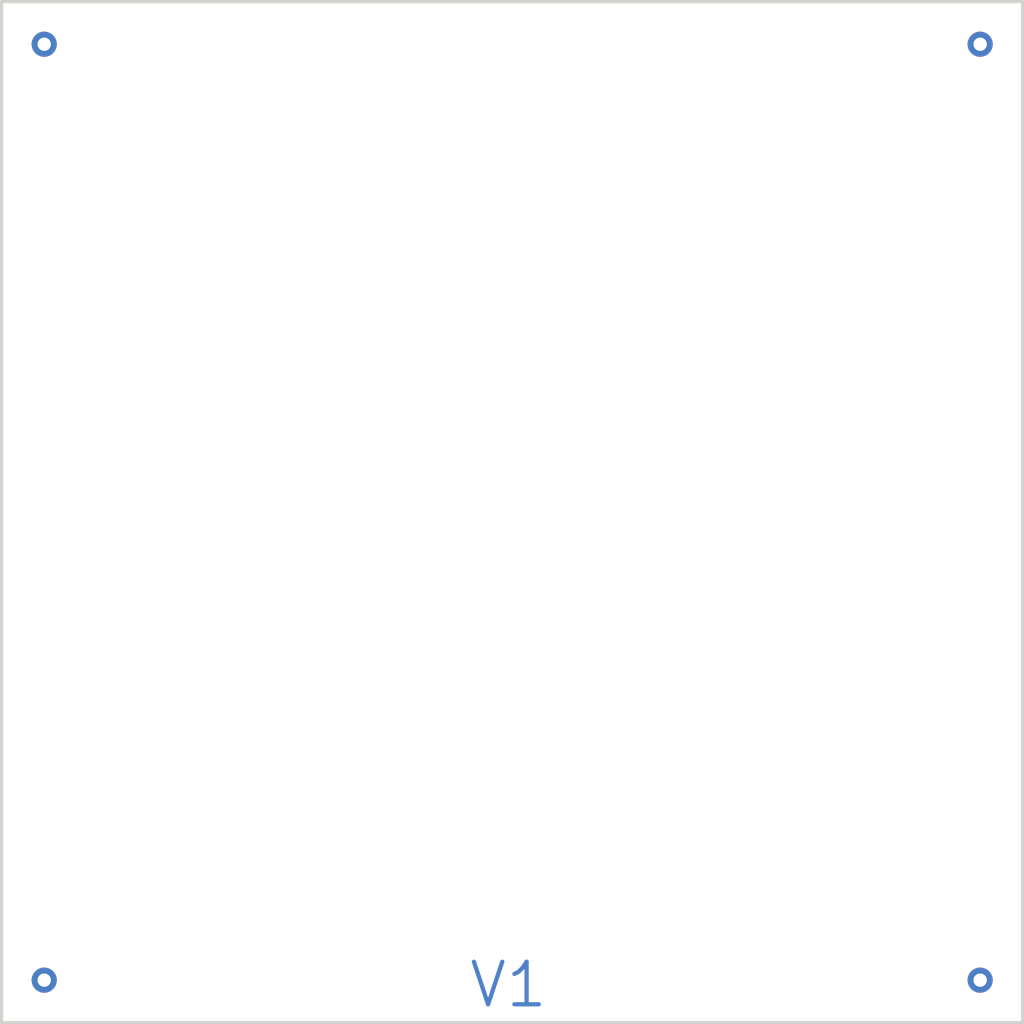
<source format=kicad_pcb>
(kicad_pcb (version 20171130) (host pcbnew "(5.0.1)-4")

  (general
    (thickness 1.6)
    (drawings 5)
    (tracks 0)
    (zones 0)
    (modules 6)
    (nets 1)
  )

  (page A4)
  (layers
    (0 F.Cu signal)
    (31 B.Cu signal)
    (32 B.Adhes user hide)
    (33 F.Adhes user hide)
    (34 B.Paste user hide)
    (35 F.Paste user hide)
    (36 B.SilkS user hide)
    (37 F.SilkS user hide)
    (38 B.Mask user)
    (39 F.Mask user)
    (40 Dwgs.User user hide)
    (41 Cmts.User user hide)
    (42 Eco1.User user hide)
    (43 Eco2.User user hide)
    (44 Edge.Cuts user)
    (45 Margin user hide)
    (46 B.CrtYd user hide)
    (47 F.CrtYd user hide)
    (48 B.Fab user hide)
    (49 F.Fab user hide)
  )

  (setup
    (last_trace_width 0.254)
    (user_trace_width 0.254)
    (user_trace_width 0.254)
    (trace_clearance 0.1778)
    (zone_clearance 0.254)
    (zone_45_only no)
    (trace_min 0.2032)
    (segment_width 0.2)
    (edge_width 0.2)
    (via_size 0.635)
    (via_drill 0.381)
    (via_min_size 0.381)
    (via_min_drill 0.254)
    (user_via 0.508 0.254)
    (user_via 1.016 0.508)
    (user_via 5.588 3.175)
    (uvia_size 1.27)
    (uvia_drill 0.381)
    (uvias_allowed no)
    (uvia_min_size 0.254)
    (uvia_min_drill 0.1)
    (pcb_text_width 0.3)
    (pcb_text_size 1.5 1.5)
    (mod_edge_width 0.15)
    (mod_text_size 1 1)
    (mod_text_width 0.15)
    (pad_size 2 2)
    (pad_drill 1)
    (pad_to_mask_clearance 0.2032)
    (solder_mask_min_width 0.254)
    (aux_axis_origin 0 0)
    (visible_elements 7FFFFFFF)
    (pcbplotparams
      (layerselection 0x010e0_ffffffff)
      (usegerberextensions false)
      (usegerberattributes false)
      (usegerberadvancedattributes false)
      (creategerberjobfile false)
      (excludeedgelayer true)
      (linewidth 0.100000)
      (plotframeref false)
      (viasonmask false)
      (mode 1)
      (useauxorigin false)
      (hpglpennumber 1)
      (hpglpenspeed 20)
      (hpglpendiameter 15.000000)
      (psnegative false)
      (psa4output false)
      (plotreference true)
      (plotvalue true)
      (plotinvisibletext false)
      (padsonsilk false)
      (subtractmaskfromsilk false)
      (outputformat 1)
      (mirror false)
      (drillshape 0)
      (scaleselection 1)
      (outputdirectory "PCB2-Order/"))
  )

  (net 0 "")

  (net_class Default "This is the default net class."
    (clearance 0.1778)
    (trace_width 0.254)
    (via_dia 0.635)
    (via_drill 0.381)
    (uvia_dia 1.27)
    (uvia_drill 0.381)
    (diff_pair_gap 2.54)
    (diff_pair_width 2.54)
  )

  (net_class SMT ""
    (clearance 0.1778)
    (trace_width 0.254)
    (via_dia 0.635)
    (via_drill 0.381)
    (uvia_dia 0.508)
    (uvia_drill 0.381)
    (diff_pair_gap 2.54)
    (diff_pair_width 2.54)
  )

  (module Measurement_Points:Measurement_Point_Round-TH_Small (layer F.Cu) (tedit 5C7052E8) (tstamp 5C705284)
    (at 122.555 111.76)
    (descr "Mesurement Point, Square, Trough Hole,  DM 1.5mm, Drill 0.8mm,")
    (tags "Mesurement Point Round Trough Hole 1.5mm Drill 0.8mm")
    (attr virtual)
    (fp_text reference REF** (at 0 -2) (layer F.SilkS) hide
      (effects (font (size 1 1) (thickness 0.15)))
    )
    (fp_text value Measurement_Point_Round-TH_Small (at 0 2) (layer F.Fab)
      (effects (font (size 1 1) (thickness 0.15)))
    )
    (fp_circle (center 0 0) (end 1 0) (layer F.CrtYd) (width 0.05))
    (pad 1 thru_hole circle (at 0 0) (size 1.5 1.5) (drill 0.8) (layers *.Cu *.Mask))
  )

  (module Measurement_Points:Measurement_Point_Round-TH_Small (layer F.Cu) (tedit 5C7052E5) (tstamp 5C70527F)
    (at 178.435 111.76)
    (descr "Mesurement Point, Square, Trough Hole,  DM 1.5mm, Drill 0.8mm,")
    (tags "Mesurement Point Round Trough Hole 1.5mm Drill 0.8mm")
    (attr virtual)
    (fp_text reference REF** (at 0 -2) (layer F.SilkS) hide
      (effects (font (size 1 1) (thickness 0.15)))
    )
    (fp_text value Measurement_Point_Round-TH_Small (at 0 2) (layer F.Fab)
      (effects (font (size 1 1) (thickness 0.15)))
    )
    (fp_circle (center 0 0) (end 1 0) (layer F.CrtYd) (width 0.05))
    (pad 1 thru_hole circle (at 0 0) (size 1.5 1.5) (drill 0.8) (layers *.Cu *.Mask))
  )

  (module Measurement_Points:Measurement_Point_Round-TH_Small (layer F.Cu) (tedit 5C7052F0) (tstamp 5C705264)
    (at 122.555 55.88)
    (descr "Mesurement Point, Square, Trough Hole,  DM 1.5mm, Drill 0.8mm,")
    (tags "Mesurement Point Round Trough Hole 1.5mm Drill 0.8mm")
    (attr virtual)
    (fp_text reference REF** (at 0 -2) (layer F.SilkS) hide
      (effects (font (size 1 1) (thickness 0.15)))
    )
    (fp_text value Measurement_Point_Round-TH_Small (at 0 2) (layer F.Fab)
      (effects (font (size 1 1) (thickness 0.15)))
    )
    (fp_circle (center 0 0) (end 1 0) (layer F.CrtYd) (width 0.05))
    (pad 1 thru_hole circle (at 0 0) (size 1.5 1.5) (drill 0.8) (layers *.Cu *.Mask))
  )

  (module km-noob-badge-kit:km-logo-soldermask (layer F.Cu) (tedit 5C702291) (tstamp 5C6F796B)
    (at 150.495 83.82)
    (fp_text reference G*** (at 0 0) (layer F.SilkS) hide
      (effects (font (size 1.524 1.524) (thickness 0.3)))
    )
    (fp_text value LOGO (at 0.75 0) (layer F.SilkS) hide
      (effects (font (size 1.524 1.524) (thickness 0.3)))
    )
    (fp_poly (pts (xy -6.08759 -25.905587) (xy -4.110666 -25.905372) (xy -1.9762 -25.905146) (xy 0 -25.90506)
      (xy 2.275696 -25.905172) (xy 4.388384 -25.905405) (xy 6.344391 -25.905607) (xy 8.150043 -25.905622)
      (xy 9.811666 -25.905299) (xy 11.335585 -25.904482) (xy 12.728128 -25.903018) (xy 13.995619 -25.900753)
      (xy 15.144385 -25.897534) (xy 16.180752 -25.893207) (xy 17.111045 -25.887619) (xy 17.941592 -25.880615)
      (xy 18.678717 -25.872041) (xy 19.328746 -25.861745) (xy 19.898007 -25.849573) (xy 20.392824 -25.83537)
      (xy 20.819524 -25.818984) (xy 21.184432 -25.800259) (xy 21.493875 -25.779044) (xy 21.754179 -25.755183)
      (xy 21.971669 -25.728524) (xy 22.152672 -25.698912) (xy 22.303514 -25.666194) (xy 22.43052 -25.630216)
      (xy 22.540017 -25.590825) (xy 22.63833 -25.547866) (xy 22.731786 -25.501187) (xy 22.82671 -25.450633)
      (xy 22.929429 -25.39605) (xy 23.029334 -25.345521) (xy 23.422265 -25.127828) (xy 23.788781 -24.862978)
      (xy 24.180289 -24.512049) (xy 24.344759 -24.34959) (xy 24.864654 -23.772007) (xy 25.254087 -23.20452)
      (xy 25.541452 -22.598583) (xy 25.740746 -21.962871) (xy 25.758357 -21.891479) (xy 25.774687 -21.815924)
      (xy 25.789784 -21.729852) (xy 25.803697 -21.62691) (xy 25.816473 -21.500743) (xy 25.828161 -21.344997)
      (xy 25.838809 -21.15332) (xy 25.848467 -20.919356) (xy 25.857181 -20.636752) (xy 25.865002 -20.299154)
      (xy 25.871976 -19.900209) (xy 25.878153 -19.433562) (xy 25.883581 -18.89286) (xy 25.888308 -18.271748)
      (xy 25.892382 -17.563874) (xy 25.895853 -16.762882) (xy 25.898767 -15.86242) (xy 25.901175 -14.856133)
      (xy 25.903124 -13.737667) (xy 25.904662 -12.500669) (xy 25.905838 -11.138785) (xy 25.9067 -9.645661)
      (xy 25.907297 -8.014942) (xy 25.907678 -6.240276) (xy 25.907889 -4.315309) (xy 25.907981 -2.233685)
      (xy 25.908 0) (xy 25.907983 2.24351) (xy 25.9079 4.324044) (xy 25.907702 6.247957)
      (xy 25.907339 8.021607) (xy 25.906763 9.651349) (xy 25.905924 11.143541) (xy 25.904773 12.504539)
      (xy 25.903262 13.740699) (xy 25.901341 14.858379) (xy 25.898961 15.863934) (xy 25.896073 16.763721)
      (xy 25.892628 17.564097) (xy 25.888578 18.271418) (xy 25.883872 18.892041) (xy 25.878461 19.432322)
      (xy 25.872298 19.898618) (xy 25.865332 20.297286) (xy 25.857515 20.634682) (xy 25.848797 20.917162)
      (xy 25.83913 21.151083) (xy 25.828464 21.342802) (xy 25.816751 21.498676) (xy 25.80394 21.625059)
      (xy 25.789984 21.728311) (xy 25.774833 21.814786) (xy 25.758438 21.890841) (xy 25.74075 21.962834)
      (xy 25.738384 21.972107) (xy 25.430761 22.867758) (xy 24.991747 23.659135) (xy 24.419371 24.34835)
      (xy 23.711661 24.937511) (xy 22.866648 25.428731) (xy 22.271406 25.685608) (xy 21.801667 25.865667)
      (xy 0.211667 25.878045) (xy -1.692925 25.87887) (xy -3.555173 25.879154) (xy -5.36783 25.878914)
      (xy -7.123648 25.878169) (xy -8.815381 25.876938) (xy -10.435779 25.875239) (xy -11.977597 25.873091)
      (xy -13.433585 25.870512) (xy -14.796496 25.867521) (xy -16.059084 25.864136) (xy -17.214099 25.860376)
      (xy -18.254296 25.856259) (xy -19.172425 25.851805) (xy -19.961239 25.84703) (xy -20.613491 25.841955)
      (xy -21.121933 25.836598) (xy -21.479318 25.830976) (xy -21.678398 25.825109) (xy -21.717 25.821958)
      (xy -22.575544 25.564151) (xy -23.376123 25.157853) (xy -24.100888 24.619084) (xy -24.731988 23.963864)
      (xy -25.251573 23.208216) (xy -25.641793 22.36816) (xy -25.677408 22.267334) (xy -25.865666 21.717)
      (xy -25.887805 0.274412) (xy -25.890283 -2.015532) (xy -25.892719 -4.14243) (xy -25.894965 -6.112567)
      (xy -25.895563 -6.682279) (xy -22.606 -6.682279) (xy -22.605754 -4.896738) (xy -22.604979 -3.273787)
      (xy -22.60362 -1.806684) (xy -22.601621 -0.488687) (xy -22.598926 0.686948) (xy -22.59548 1.726961)
      (xy -22.591227 2.638097) (xy -22.586112 3.427096) (xy -22.580079 4.100702) (xy -22.573073 4.665657)
      (xy -22.565037 5.128703) (xy -22.555916 5.496583) (xy -22.545656 5.776039) (xy -22.534199 5.973813)
      (xy -22.521491 6.096649) (xy -22.507476 6.151287) (xy -22.500166 6.155229) (xy -22.410531 6.106438)
      (xy -22.186655 5.979935) (xy -21.840873 5.7828) (xy -21.385517 5.522117) (xy -20.83292 5.204965)
      (xy -20.195415 4.838429) (xy -19.485336 4.429588) (xy -18.715016 3.985526) (xy -17.896787 3.513323)
      (xy -17.483666 3.274719) (xy -12.573 0.437764) (xy -12.516393 -0.462279) (xy -12.344022 -1.887677)
      (xy -12.013149 -3.264683) (xy -11.53027 -4.582976) (xy -10.90188 -5.832235) (xy -10.134474 -7.002141)
      (xy -9.23455 -8.082374) (xy -8.208601 -9.062613) (xy -7.063124 -9.932539) (xy -6.230276 -10.449529)
      (xy -5.344216 -10.892164) (xy -4.349737 -11.280942) (xy -3.304171 -11.596649) (xy -2.26485 -11.820071)
      (xy -2.032 -11.856488) (xy -1.501243 -11.909662) (xy -0.861209 -11.937421) (xy -0.167869 -11.940447)
      (xy 0.522809 -11.919421) (xy 1.154856 -11.875025) (xy 1.651 -11.811654) (xy 2.259272 -11.683858)
      (xy 2.94314 -11.501904) (xy 3.642039 -11.284647) (xy 4.295405 -11.050941) (xy 4.842673 -10.81964)
      (xy 4.852656 -10.814914) (xy 5.429645 -10.541) (xy 3.116989 -9.210917) (xy 2.436668 -8.815621)
      (xy 1.865872 -8.475575) (xy 1.412634 -8.195851) (xy 1.084984 -7.981521) (xy 0.890955 -7.837654)
      (xy 0.837452 -7.771583) (xy 0.950771 -7.350411) (xy 0.993045 -7.058581) (xy 0.966642 -6.872841)
      (xy 0.934389 -6.819348) (xy 0.761671 -6.701716) (xy 0.559136 -6.738571) (xy 0.317396 -6.93278)
      (xy 0.223412 -7.036559) (xy -0.074371 -7.384452) (xy -1.751686 -6.431152) (xy -2.235854 -6.155149)
      (xy -2.670989 -5.905524) (xy -3.035328 -5.694891) (xy -3.307109 -5.535862) (xy -3.464572 -5.441049)
      (xy -3.494036 -5.421323) (xy -3.459467 -5.344691) (xy -3.348159 -5.135115) (xy -3.167954 -4.806347)
      (xy -2.926696 -4.372138) (xy -2.63223 -3.846239) (xy -2.292399 -3.242401) (xy -1.915046 -2.574376)
      (xy -1.508015 -1.855915) (xy -1.07915 -1.100769) (xy -0.636294 -0.322689) (xy -0.187292 0.464572)
      (xy 0.260014 1.247265) (xy 0.69778 2.011637) (xy 1.118161 2.743937) (xy 1.513315 3.430415)
      (xy 1.875398 4.057319) (xy 2.196566 4.610897) (xy 2.468975 5.077398) (xy 2.684782 5.443071)
      (xy 2.836142 5.694166) (xy 2.915214 5.816929) (xy 2.918948 5.821747) (xy 2.992361 5.786837)
      (xy 3.187 5.680537) (xy 3.478052 5.517172) (xy 3.840706 5.311066) (xy 4.25015 5.076545)
      (xy 4.681573 4.827932) (xy 5.110163 4.579555) (xy 5.511109 4.345736) (xy 5.859599 4.140801)
      (xy 6.130821 3.979075) (xy 6.299964 3.874883) (xy 6.343815 3.844408) (xy 6.339464 3.750062)
      (xy 6.28653 3.550466) (xy 6.23593 3.399758) (xy 6.14441 3.057568) (xy 6.163158 2.827528)
      (xy 6.295584 2.690426) (xy 6.367002 2.661604) (xy 6.507413 2.664728) (xy 6.685681 2.770306)
      (xy 6.903933 2.966866) (xy 7.270173 3.326304) (xy 9.371253 2.11389) (xy 9.922127 1.795569)
      (xy 10.433435 1.499272) (xy 10.884362 1.237126) (xy 11.254095 1.021258) (xy 11.52182 0.863796)
      (xy 11.666722 0.776868) (xy 11.676569 0.770668) (xy 11.880805 0.639859) (xy 11.821078 1.356033)
      (xy 11.688963 2.392261) (xy 11.462579 3.390265) (xy 11.129141 4.394278) (xy 10.675868 5.448537)
      (xy 10.581622 5.644883) (xy 9.897322 6.859882) (xy 9.078137 7.981292) (xy 8.136024 8.999857)
      (xy 7.082938 9.906317) (xy 5.930835 10.691417) (xy 4.691671 11.345898) (xy 3.377401 11.860502)
      (xy 2.112998 12.202274) (xy 1.521364 12.299297) (xy 0.821623 12.366132) (xy 0.06116 12.402272)
      (xy -0.712637 12.407208) (xy -1.452383 12.380433) (xy -2.110692 12.321439) (xy -2.54 12.25214)
      (xy -3.648803 11.972909) (xy -4.725645 11.609133) (xy -5.70707 11.18251) (xy -5.790876 11.140595)
      (xy -6.644915 10.708113) (xy -14.582937 15.278624) (xy -15.843465 16.004704) (xy -16.964889 16.651427)
      (xy -17.95508 17.223526) (xy -18.821913 17.725737) (xy -19.573258 18.162793) (xy -20.216988 18.53943)
      (xy -20.760976 18.860382) (xy -21.213095 19.130383) (xy -21.581217 19.354168) (xy -21.873213 19.536471)
      (xy -22.096958 19.682027) (xy -22.260323 19.795571) (xy -22.371181 19.881837) (xy -22.437405 19.94556)
      (xy -22.466866 19.991474) (xy -22.468585 20.021067) (xy -22.172268 20.711387) (xy -21.735502 21.330403)
      (xy -21.179898 21.855893) (xy -20.527071 22.265637) (xy -20.115449 22.440412) (xy -20.062861 22.457208)
      (xy -19.998761 22.472736) (xy -19.916606 22.48705) (xy -19.809854 22.500201) (xy -19.671963 22.512242)
      (xy -19.49639 22.523224) (xy -19.276594 22.533198) (xy -19.006032 22.542218) (xy -18.678161 22.550334)
      (xy -18.286441 22.5576) (xy -17.824328 22.564066) (xy -17.285279 22.569784) (xy -16.662754 22.574807)
      (xy -15.950209 22.579187) (xy -15.141103 22.582974) (xy -14.228893 22.586222) (xy -13.207036 22.588982)
      (xy -12.068991 22.591306) (xy -10.808216 22.593246) (xy -9.418168 22.594854) (xy -7.892304 22.596181)
      (xy -6.224084 22.59728) (xy -4.406963 22.598203) (xy -2.434401 22.599001) (xy -0.299855 22.599727)
      (xy -0.025018 22.599814) (xy 19.634964 22.606) (xy 20.180263 22.408067) (xy 20.898614 22.061727)
      (xy 21.508362 21.587448) (xy 22.000495 20.994243) (xy 22.365999 20.291125) (xy 22.408067 20.180263)
      (xy 22.606 19.634964) (xy 22.606 0.009403) (xy 22.60597 -2.141568) (xy 22.605844 -4.129777)
      (xy 22.605569 -5.961797) (xy 22.605093 -7.6442) (xy 22.604365 -9.183558) (xy 22.60333 -10.586441)
      (xy 22.601936 -11.859424) (xy 22.600132 -13.009077) (xy 22.597864 -14.041972) (xy 22.59508 -14.964681)
      (xy 22.591728 -15.783777) (xy 22.587755 -16.505832) (xy 22.583108 -17.137416) (xy 22.577734 -17.685103)
      (xy 22.571582 -18.155464) (xy 22.564599 -18.555072) (xy 22.556733 -18.890497) (xy 22.54793 -19.168313)
      (xy 22.538138 -19.39509) (xy 22.527305 -19.577402) (xy 22.515378 -19.72182) (xy 22.502305 -19.834916)
      (xy 22.488033 -19.923262) (xy 22.472509 -19.99343) (xy 22.455682 -20.051991) (xy 22.445417 -20.082899)
      (xy 22.192043 -20.667074) (xy 21.846883 -21.176955) (xy 21.450435 -21.598238) (xy 21.015295 -21.971435)
      (xy 20.598283 -22.234283) (xy 20.135775 -22.424727) (xy 19.987133 -22.470927) (xy 19.924991 -22.485858)
      (xy 19.839859 -22.499659) (xy 19.725254 -22.512374) (xy 19.5747 -22.524046) (xy 19.381714 -22.53472)
      (xy 19.139819 -22.544439) (xy 18.842534 -22.553247) (xy 18.483379 -22.561188) (xy 18.055875 -22.568305)
      (xy 17.553542 -22.574643) (xy 16.969901 -22.580244) (xy 16.298471 -22.585153) (xy 15.532774 -22.589414)
      (xy 14.666328 -22.59307) (xy 13.692656 -22.596164) (xy 12.605276 -22.598742) (xy 11.39771 -22.600846)
      (xy 10.063477 -22.60252) (xy 8.596098 -22.603808) (xy 6.989093 -22.604753) (xy 5.235983 -22.605401)
      (xy 3.330288 -22.605793) (xy 1.265528 -22.605974) (xy -0.018038 -22.606) (xy -2.16261 -22.60599)
      (xy -4.144454 -22.605921) (xy -5.970177 -22.605736) (xy -7.646383 -22.605377) (xy -9.179679 -22.604787)
      (xy -10.57667 -22.603907) (xy -11.843962 -22.602681) (xy -12.988161 -22.601051) (xy -14.015872 -22.598959)
      (xy -14.933702 -22.596347) (xy -15.748255 -22.593158) (xy -16.466138 -22.589334) (xy -17.093956 -22.584818)
      (xy -17.638315 -22.579552) (xy -18.105821 -22.573478) (xy -18.50308 -22.566539) (xy -18.836696 -22.558678)
      (xy -19.113277 -22.549835) (xy -19.339427 -22.539955) (xy -19.521752 -22.528979) (xy -19.666858 -22.51685)
      (xy -19.781352 -22.50351) (xy -19.871837 -22.488902) (xy -19.944921 -22.472967) (xy -20.007209 -22.455648)
      (xy -20.065307 -22.436889) (xy -20.082816 -22.431001) (xy -20.793622 -22.104966) (xy -21.414288 -21.644334)
      (xy -21.926234 -21.067666) (xy -22.310881 -20.393524) (xy -22.429782 -20.086435) (xy -22.453389 -20.014664)
      (xy -22.474788 -19.940774) (xy -22.494087 -19.856516) (xy -22.511394 -19.753639) (xy -22.526818 -19.623894)
      (xy -22.540467 -19.459031) (xy -22.55245 -19.250799) (xy -22.562876 -18.990948) (xy -22.571852 -18.671229)
      (xy -22.579487 -18.283392) (xy -22.58589 -17.819186) (xy -22.591169 -17.270362) (xy -22.595432 -16.62867)
      (xy -22.598789 -15.885859) (xy -22.601347 -15.033679) (xy -22.603215 -14.063881) (xy -22.604501 -12.968215)
      (xy -22.605314 -11.73843) (xy -22.605763 -10.366277) (xy -22.605955 -8.843505) (xy -22.605999 -7.161865)
      (xy -22.606 -6.682279) (xy -25.895563 -6.682279) (xy -25.896876 -7.932229) (xy -25.898306 -9.607704)
      (xy -25.899108 -11.145276) (xy -25.899135 -12.551233) (xy -25.898243 -13.831861) (xy -25.896284 -14.993447)
      (xy -25.893112 -16.042275) (xy -25.888582 -16.984634) (xy -25.882545 -17.826808) (xy -25.874858 -18.575085)
      (xy -25.865372 -19.235751) (xy -25.853942 -19.815092) (xy -25.840422 -20.319394) (xy -25.824665 -20.754943)
      (xy -25.806526 -21.128027) (xy -25.785857 -21.444931) (xy -25.762513 -21.711941) (xy -25.736347 -21.935344)
      (xy -25.707213 -22.121427) (xy -25.674965 -22.276475) (xy -25.639456 -22.406774) (xy -25.600541 -22.518612)
      (xy -25.558073 -22.618274) (xy -25.511905 -22.712047) (xy -25.461892 -22.806217) (xy -25.407887 -22.907071)
      (xy -25.349744 -23.020894) (xy -25.345602 -23.029333) (xy -24.985403 -23.621299) (xy -24.503691 -24.204122)
      (xy -23.944585 -24.733684) (xy -23.352203 -25.165869) (xy -23.029333 -25.345521) (xy -22.914784 -25.403708)
      (xy -22.813495 -25.457735) (xy -22.719142 -25.507753) (xy -22.625397 -25.553918) (xy -22.525936 -25.596383)
      (xy -22.414432 -25.635301) (xy -22.284558 -25.670827) (xy -22.12999 -25.703114) (xy -21.944401 -25.732316)
      (xy -21.721464 -25.758586) (xy -21.454855 -25.782078) (xy -21.138247 -25.802946) (xy -20.765315 -25.821344)
      (xy -20.329731 -25.837425) (xy -19.82517 -25.851343) (xy -19.245307 -25.863251) (xy -18.583815 -25.873304)
      (xy -17.834368 -25.881655) (xy -16.99064 -25.888458) (xy -16.046305 -25.893866) (xy -14.995038 -25.898033)
      (xy -13.830512 -25.901113) (xy -12.546401 -25.90326) (xy -11.136379 -25.904627) (xy -9.594121 -25.905368)
      (xy -7.9133 -25.905637) (xy -6.08759 -25.905587)) (layer F.Mask) (width 0))
    (fp_poly (pts (xy 17.991667 -10.353404) (xy 18.011727 -6.891202) (xy 18.031786 -3.429) (xy 17.208232 -2.963333)
      (xy 16.809195 -2.73729) (xy 16.403742 -2.506921) (xy 16.050792 -2.305732) (xy 15.88595 -2.211366)
      (xy 15.387222 -1.925066) (xy 15.440676 -2.465366) (xy 15.461161 -2.758837) (xy 15.479056 -3.17421)
      (xy 15.493341 -3.664062) (xy 15.502997 -4.18097) (xy 15.507005 -4.67751) (xy 15.504344 -5.106259)
      (xy 15.500791 -5.261441) (xy 15.438558 -5.459083) (xy 15.299872 -5.551936) (xy 15.134802 -5.513036)
      (xy 15.095433 -5.479719) (xy 15.034007 -5.35175) (xy 14.974165 -5.08787) (xy 14.914859 -4.680415)
      (xy 14.855043 -4.121724) (xy 14.793668 -3.404131) (xy 14.771113 -3.1071) (xy 14.740742 -2.779606)
      (xy 14.705879 -2.531546) (xy 14.672212 -2.399311) (xy 14.658612 -2.387433) (xy 14.567801 -2.432315)
      (xy 14.351534 -2.540955) (xy 14.035351 -2.700472) (xy 13.644792 -2.897983) (xy 13.27596 -3.084829)
      (xy 12.787709 -3.32973) (xy 12.426841 -3.503021) (xy 12.171505 -3.613109) (xy 11.999848 -3.6684)
      (xy 11.890019 -3.677302) (xy 11.820165 -3.64822) (xy 11.817381 -3.645962) (xy 11.717675 -3.543593)
      (xy 11.680163 -3.44002) (xy 11.717054 -3.32501) (xy 11.840557 -3.18833) (xy 12.062882 -3.019745)
      (xy 12.396239 -2.809023) (xy 12.852837 -2.545929) (xy 13.444886 -2.220231) (xy 13.6525 -2.107832)
      (xy 14.018382 -1.906989) (xy 14.323205 -1.733451) (xy 14.539615 -1.603264) (xy 14.64026 -1.532473)
      (xy 14.644153 -1.526133) (xy 14.572788 -1.466812) (xy 14.381584 -1.344413) (xy 14.100101 -1.175562)
      (xy 13.757901 -0.976884) (xy 13.384547 -0.765007) (xy 13.0096 -0.556556) (xy 12.662622 -0.368159)
      (xy 12.373173 -0.216442) (xy 12.170817 -0.118031) (xy 12.08844 -0.088719) (xy 11.993637 -0.131025)
      (xy 11.769218 -0.24996) (xy 11.431529 -0.436307) (xy 10.996916 -0.680852) (xy 10.481725 -0.974379)
      (xy 9.902301 -1.307674) (xy 9.274991 -1.671521) (xy 9.101667 -1.772555) (xy 6.223 -3.452337)
      (xy 6.200902 -6.924326) (xy 6.178803 -10.396315) (xy 7.440174 -11.124824) (xy 7.857721 -11.363601)
      (xy 8.225543 -11.569445) (xy 8.51824 -11.728502) (xy 8.710411 -11.826918) (xy 8.774606 -11.852681)
      (xy 8.854838 -11.7846) (xy 8.97702 -11.612101) (xy 9.047512 -11.492848) (xy 9.253144 -11.138092)
      (xy 9.477319 -10.775357) (xy 9.699119 -10.435786) (xy 9.897623 -10.150519) (xy 10.051915 -9.950697)
      (xy 10.138834 -9.868234) (xy 10.334811 -9.863004) (xy 10.469619 -9.983566) (xy 10.496439 -10.105558)
      (xy 10.451414 -10.278899) (xy 10.326851 -10.570796) (xy 10.134614 -10.957258) (xy 9.886569 -11.414295)
      (xy 9.627476 -11.862676) (xy 9.395768 -12.253019) (xy 10.391718 -12.826802) (xy 10.793769 -13.058473)
      (xy 11.174469 -13.27792) (xy 11.493573 -13.461938) (xy 11.710834 -13.587322) (xy 11.727523 -13.596963)
      (xy 12.067379 -13.793342) (xy 17.991667 -10.353404)) (layer F.Mask) (width 0.01))
  )

  (module km-noob-badge-kit:km-logo-back-soldermask (layer F.Cu) (tedit 5C704D7C) (tstamp 5C704DEE)
    (at 150.495 83.82)
    (fp_text reference G*** (at 0 0) (layer F.SilkS) hide
      (effects (font (size 1.524 1.524) (thickness 0.3)))
    )
    (fp_text value LOGO (at 0.75 0) (layer F.SilkS) hide
      (effects (font (size 1.524 1.524) (thickness 0.3)))
    )
    (fp_poly (pts (xy 17.991667 -10.353404) (xy 18.011727 -6.891202) (xy 18.031786 -3.429) (xy 17.208232 -2.963333)
      (xy 16.809195 -2.73729) (xy 16.403742 -2.506921) (xy 16.050792 -2.305732) (xy 15.88595 -2.211366)
      (xy 15.387222 -1.925066) (xy 15.440676 -2.465366) (xy 15.461161 -2.758837) (xy 15.479056 -3.17421)
      (xy 15.493341 -3.664062) (xy 15.502997 -4.18097) (xy 15.507005 -4.67751) (xy 15.504344 -5.106259)
      (xy 15.500791 -5.261441) (xy 15.438558 -5.459083) (xy 15.299872 -5.551936) (xy 15.134802 -5.513036)
      (xy 15.095433 -5.479719) (xy 15.034007 -5.35175) (xy 14.974165 -5.08787) (xy 14.914859 -4.680415)
      (xy 14.855043 -4.121724) (xy 14.793668 -3.404131) (xy 14.771113 -3.1071) (xy 14.740742 -2.779606)
      (xy 14.705879 -2.531546) (xy 14.672212 -2.399311) (xy 14.658612 -2.387433) (xy 14.567801 -2.432315)
      (xy 14.351534 -2.540955) (xy 14.035351 -2.700472) (xy 13.644792 -2.897983) (xy 13.27596 -3.084829)
      (xy 12.787709 -3.32973) (xy 12.426841 -3.503021) (xy 12.171505 -3.613109) (xy 11.999848 -3.6684)
      (xy 11.890019 -3.677302) (xy 11.820165 -3.64822) (xy 11.817381 -3.645962) (xy 11.717675 -3.543593)
      (xy 11.680163 -3.44002) (xy 11.717054 -3.32501) (xy 11.840557 -3.18833) (xy 12.062882 -3.019745)
      (xy 12.396239 -2.809023) (xy 12.852837 -2.545929) (xy 13.444886 -2.220231) (xy 13.6525 -2.107832)
      (xy 14.018382 -1.906989) (xy 14.323205 -1.733451) (xy 14.539615 -1.603264) (xy 14.64026 -1.532473)
      (xy 14.644153 -1.526133) (xy 14.572788 -1.466812) (xy 14.381584 -1.344413) (xy 14.100101 -1.175562)
      (xy 13.757901 -0.976884) (xy 13.384547 -0.765007) (xy 13.0096 -0.556556) (xy 12.662622 -0.368159)
      (xy 12.373173 -0.216442) (xy 12.170817 -0.118031) (xy 12.08844 -0.088719) (xy 11.993637 -0.131025)
      (xy 11.769218 -0.24996) (xy 11.431529 -0.436307) (xy 10.996916 -0.680852) (xy 10.481725 -0.974379)
      (xy 9.902301 -1.307674) (xy 9.274991 -1.671521) (xy 9.101667 -1.772555) (xy 6.223 -3.452337)
      (xy 6.200902 -6.924326) (xy 6.178803 -10.396315) (xy 7.440174 -11.124824) (xy 7.857721 -11.363601)
      (xy 8.225543 -11.569445) (xy 8.51824 -11.728502) (xy 8.710411 -11.826918) (xy 8.774606 -11.852681)
      (xy 8.854838 -11.7846) (xy 8.97702 -11.612101) (xy 9.047512 -11.492848) (xy 9.253144 -11.138092)
      (xy 9.477319 -10.775357) (xy 9.699119 -10.435786) (xy 9.897623 -10.150519) (xy 10.051915 -9.950697)
      (xy 10.138834 -9.868234) (xy 10.334811 -9.863004) (xy 10.469619 -9.983566) (xy 10.496439 -10.105558)
      (xy 10.451414 -10.278899) (xy 10.326851 -10.570796) (xy 10.134614 -10.957258) (xy 9.886569 -11.414295)
      (xy 9.627476 -11.862676) (xy 9.395768 -12.253019) (xy 10.391718 -12.826802) (xy 10.793769 -13.058473)
      (xy 11.174469 -13.27792) (xy 11.493573 -13.461938) (xy 11.710834 -13.587322) (xy 11.727523 -13.596963)
      (xy 12.067379 -13.793342) (xy 17.991667 -10.353404)) (layer B.Mask) (width 0.01))
    (fp_poly (pts (xy -6.08759 -25.905587) (xy -4.110666 -25.905372) (xy -1.9762 -25.905146) (xy 0 -25.90506)
      (xy 2.275696 -25.905172) (xy 4.388384 -25.905405) (xy 6.344391 -25.905607) (xy 8.150043 -25.905622)
      (xy 9.811666 -25.905299) (xy 11.335585 -25.904482) (xy 12.728128 -25.903018) (xy 13.995619 -25.900753)
      (xy 15.144385 -25.897534) (xy 16.180752 -25.893207) (xy 17.111045 -25.887619) (xy 17.941592 -25.880615)
      (xy 18.678717 -25.872041) (xy 19.328746 -25.861745) (xy 19.898007 -25.849573) (xy 20.392824 -25.83537)
      (xy 20.819524 -25.818984) (xy 21.184432 -25.800259) (xy 21.493875 -25.779044) (xy 21.754179 -25.755183)
      (xy 21.971669 -25.728524) (xy 22.152672 -25.698912) (xy 22.303514 -25.666194) (xy 22.43052 -25.630216)
      (xy 22.540017 -25.590825) (xy 22.63833 -25.547866) (xy 22.731786 -25.501187) (xy 22.82671 -25.450633)
      (xy 22.929429 -25.39605) (xy 23.029334 -25.345521) (xy 23.422265 -25.127828) (xy 23.788781 -24.862978)
      (xy 24.180289 -24.512049) (xy 24.344759 -24.34959) (xy 24.864654 -23.772007) (xy 25.254087 -23.20452)
      (xy 25.541452 -22.598583) (xy 25.740746 -21.962871) (xy 25.758357 -21.891479) (xy 25.774687 -21.815924)
      (xy 25.789784 -21.729852) (xy 25.803697 -21.62691) (xy 25.816473 -21.500743) (xy 25.828161 -21.344997)
      (xy 25.838809 -21.15332) (xy 25.848467 -20.919356) (xy 25.857181 -20.636752) (xy 25.865002 -20.299154)
      (xy 25.871976 -19.900209) (xy 25.878153 -19.433562) (xy 25.883581 -18.89286) (xy 25.888308 -18.271748)
      (xy 25.892382 -17.563874) (xy 25.895853 -16.762882) (xy 25.898767 -15.86242) (xy 25.901175 -14.856133)
      (xy 25.903124 -13.737667) (xy 25.904662 -12.500669) (xy 25.905838 -11.138785) (xy 25.9067 -9.645661)
      (xy 25.907297 -8.014942) (xy 25.907678 -6.240276) (xy 25.907889 -4.315309) (xy 25.907981 -2.233685)
      (xy 25.908 0) (xy 25.907983 2.24351) (xy 25.9079 4.324044) (xy 25.907702 6.247957)
      (xy 25.907339 8.021607) (xy 25.906763 9.651349) (xy 25.905924 11.143541) (xy 25.904773 12.504539)
      (xy 25.903262 13.740699) (xy 25.901341 14.858379) (xy 25.898961 15.863934) (xy 25.896073 16.763721)
      (xy 25.892628 17.564097) (xy 25.888578 18.271418) (xy 25.883872 18.892041) (xy 25.878461 19.432322)
      (xy 25.872298 19.898618) (xy 25.865332 20.297286) (xy 25.857515 20.634682) (xy 25.848797 20.917162)
      (xy 25.83913 21.151083) (xy 25.828464 21.342802) (xy 25.816751 21.498676) (xy 25.80394 21.625059)
      (xy 25.789984 21.728311) (xy 25.774833 21.814786) (xy 25.758438 21.890841) (xy 25.74075 21.962834)
      (xy 25.738384 21.972107) (xy 25.430761 22.867758) (xy 24.991747 23.659135) (xy 24.419371 24.34835)
      (xy 23.711661 24.937511) (xy 22.866648 25.428731) (xy 22.271406 25.685608) (xy 21.801667 25.865667)
      (xy 0.211667 25.878045) (xy -1.692925 25.87887) (xy -3.555173 25.879154) (xy -5.36783 25.878914)
      (xy -7.123648 25.878169) (xy -8.815381 25.876938) (xy -10.435779 25.875239) (xy -11.977597 25.873091)
      (xy -13.433585 25.870512) (xy -14.796496 25.867521) (xy -16.059084 25.864136) (xy -17.214099 25.860376)
      (xy -18.254296 25.856259) (xy -19.172425 25.851805) (xy -19.961239 25.84703) (xy -20.613491 25.841955)
      (xy -21.121933 25.836598) (xy -21.479318 25.830976) (xy -21.678398 25.825109) (xy -21.717 25.821958)
      (xy -22.575544 25.564151) (xy -23.376123 25.157853) (xy -24.100888 24.619084) (xy -24.731988 23.963864)
      (xy -25.251573 23.208216) (xy -25.641793 22.36816) (xy -25.677408 22.267334) (xy -25.865666 21.717)
      (xy -25.887805 0.274412) (xy -25.890283 -2.015532) (xy -25.892719 -4.14243) (xy -25.894965 -6.112567)
      (xy -25.895563 -6.682279) (xy -22.606 -6.682279) (xy -22.605754 -4.896738) (xy -22.604979 -3.273787)
      (xy -22.60362 -1.806684) (xy -22.601621 -0.488687) (xy -22.598926 0.686948) (xy -22.59548 1.726961)
      (xy -22.591227 2.638097) (xy -22.586112 3.427096) (xy -22.580079 4.100702) (xy -22.573073 4.665657)
      (xy -22.565037 5.128703) (xy -22.555916 5.496583) (xy -22.545656 5.776039) (xy -22.534199 5.973813)
      (xy -22.521491 6.096649) (xy -22.507476 6.151287) (xy -22.500166 6.155229) (xy -22.410531 6.106438)
      (xy -22.186655 5.979935) (xy -21.840873 5.7828) (xy -21.385517 5.522117) (xy -20.83292 5.204965)
      (xy -20.195415 4.838429) (xy -19.485336 4.429588) (xy -18.715016 3.985526) (xy -17.896787 3.513323)
      (xy -17.483666 3.274719) (xy -12.573 0.437764) (xy -12.516393 -0.462279) (xy -12.344022 -1.887677)
      (xy -12.013149 -3.264683) (xy -11.53027 -4.582976) (xy -10.90188 -5.832235) (xy -10.134474 -7.002141)
      (xy -9.23455 -8.082374) (xy -8.208601 -9.062613) (xy -7.063124 -9.932539) (xy -6.230276 -10.449529)
      (xy -5.344216 -10.892164) (xy -4.349737 -11.280942) (xy -3.304171 -11.596649) (xy -2.26485 -11.820071)
      (xy -2.032 -11.856488) (xy -1.501243 -11.909662) (xy -0.861209 -11.937421) (xy -0.167869 -11.940447)
      (xy 0.522809 -11.919421) (xy 1.154856 -11.875025) (xy 1.651 -11.811654) (xy 2.259272 -11.683858)
      (xy 2.94314 -11.501904) (xy 3.642039 -11.284647) (xy 4.295405 -11.050941) (xy 4.842673 -10.81964)
      (xy 4.852656 -10.814914) (xy 5.429645 -10.541) (xy 3.116989 -9.210917) (xy 2.436668 -8.815621)
      (xy 1.865872 -8.475575) (xy 1.412634 -8.195851) (xy 1.084984 -7.981521) (xy 0.890955 -7.837654)
      (xy 0.837452 -7.771583) (xy 0.950771 -7.350411) (xy 0.993045 -7.058581) (xy 0.966642 -6.872841)
      (xy 0.934389 -6.819348) (xy 0.761671 -6.701716) (xy 0.559136 -6.738571) (xy 0.317396 -6.93278)
      (xy 0.223412 -7.036559) (xy -0.074371 -7.384452) (xy -1.751686 -6.431152) (xy -2.235854 -6.155149)
      (xy -2.670989 -5.905524) (xy -3.035328 -5.694891) (xy -3.307109 -5.535862) (xy -3.464572 -5.441049)
      (xy -3.494036 -5.421323) (xy -3.459467 -5.344691) (xy -3.348159 -5.135115) (xy -3.167954 -4.806347)
      (xy -2.926696 -4.372138) (xy -2.63223 -3.846239) (xy -2.292399 -3.242401) (xy -1.915046 -2.574376)
      (xy -1.508015 -1.855915) (xy -1.07915 -1.100769) (xy -0.636294 -0.322689) (xy -0.187292 0.464572)
      (xy 0.260014 1.247265) (xy 0.69778 2.011637) (xy 1.118161 2.743937) (xy 1.513315 3.430415)
      (xy 1.875398 4.057319) (xy 2.196566 4.610897) (xy 2.468975 5.077398) (xy 2.684782 5.443071)
      (xy 2.836142 5.694166) (xy 2.915214 5.816929) (xy 2.918948 5.821747) (xy 2.992361 5.786837)
      (xy 3.187 5.680537) (xy 3.478052 5.517172) (xy 3.840706 5.311066) (xy 4.25015 5.076545)
      (xy 4.681573 4.827932) (xy 5.110163 4.579555) (xy 5.511109 4.345736) (xy 5.859599 4.140801)
      (xy 6.130821 3.979075) (xy 6.299964 3.874883) (xy 6.343815 3.844408) (xy 6.339464 3.750062)
      (xy 6.28653 3.550466) (xy 6.23593 3.399758) (xy 6.14441 3.057568) (xy 6.163158 2.827528)
      (xy 6.295584 2.690426) (xy 6.367002 2.661604) (xy 6.507413 2.664728) (xy 6.685681 2.770306)
      (xy 6.903933 2.966866) (xy 7.270173 3.326304) (xy 9.371253 2.11389) (xy 9.922127 1.795569)
      (xy 10.433435 1.499272) (xy 10.884362 1.237126) (xy 11.254095 1.021258) (xy 11.52182 0.863796)
      (xy 11.666722 0.776868) (xy 11.676569 0.770668) (xy 11.880805 0.639859) (xy 11.821078 1.356033)
      (xy 11.688963 2.392261) (xy 11.462579 3.390265) (xy 11.129141 4.394278) (xy 10.675868 5.448537)
      (xy 10.581622 5.644883) (xy 9.897322 6.859882) (xy 9.078137 7.981292) (xy 8.136024 8.999857)
      (xy 7.082938 9.906317) (xy 5.930835 10.691417) (xy 4.691671 11.345898) (xy 3.377401 11.860502)
      (xy 2.112998 12.202274) (xy 1.521364 12.299297) (xy 0.821623 12.366132) (xy 0.06116 12.402272)
      (xy -0.712637 12.407208) (xy -1.452383 12.380433) (xy -2.110692 12.321439) (xy -2.54 12.25214)
      (xy -3.648803 11.972909) (xy -4.725645 11.609133) (xy -5.70707 11.18251) (xy -5.790876 11.140595)
      (xy -6.644915 10.708113) (xy -14.582937 15.278624) (xy -15.843465 16.004704) (xy -16.964889 16.651427)
      (xy -17.95508 17.223526) (xy -18.821913 17.725737) (xy -19.573258 18.162793) (xy -20.216988 18.53943)
      (xy -20.760976 18.860382) (xy -21.213095 19.130383) (xy -21.581217 19.354168) (xy -21.873213 19.536471)
      (xy -22.096958 19.682027) (xy -22.260323 19.795571) (xy -22.371181 19.881837) (xy -22.437405 19.94556)
      (xy -22.466866 19.991474) (xy -22.468585 20.021067) (xy -22.172268 20.711387) (xy -21.735502 21.330403)
      (xy -21.179898 21.855893) (xy -20.527071 22.265637) (xy -20.115449 22.440412) (xy -20.062861 22.457208)
      (xy -19.998761 22.472736) (xy -19.916606 22.48705) (xy -19.809854 22.500201) (xy -19.671963 22.512242)
      (xy -19.49639 22.523224) (xy -19.276594 22.533198) (xy -19.006032 22.542218) (xy -18.678161 22.550334)
      (xy -18.286441 22.5576) (xy -17.824328 22.564066) (xy -17.285279 22.569784) (xy -16.662754 22.574807)
      (xy -15.950209 22.579187) (xy -15.141103 22.582974) (xy -14.228893 22.586222) (xy -13.207036 22.588982)
      (xy -12.068991 22.591306) (xy -10.808216 22.593246) (xy -9.418168 22.594854) (xy -7.892304 22.596181)
      (xy -6.224084 22.59728) (xy -4.406963 22.598203) (xy -2.434401 22.599001) (xy -0.299855 22.599727)
      (xy -0.025018 22.599814) (xy 19.634964 22.606) (xy 20.180263 22.408067) (xy 20.898614 22.061727)
      (xy 21.508362 21.587448) (xy 22.000495 20.994243) (xy 22.365999 20.291125) (xy 22.408067 20.180263)
      (xy 22.606 19.634964) (xy 22.606 0.009403) (xy 22.60597 -2.141568) (xy 22.605844 -4.129777)
      (xy 22.605569 -5.961797) (xy 22.605093 -7.6442) (xy 22.604365 -9.183558) (xy 22.60333 -10.586441)
      (xy 22.601936 -11.859424) (xy 22.600132 -13.009077) (xy 22.597864 -14.041972) (xy 22.59508 -14.964681)
      (xy 22.591728 -15.783777) (xy 22.587755 -16.505832) (xy 22.583108 -17.137416) (xy 22.577734 -17.685103)
      (xy 22.571582 -18.155464) (xy 22.564599 -18.555072) (xy 22.556733 -18.890497) (xy 22.54793 -19.168313)
      (xy 22.538138 -19.39509) (xy 22.527305 -19.577402) (xy 22.515378 -19.72182) (xy 22.502305 -19.834916)
      (xy 22.488033 -19.923262) (xy 22.472509 -19.99343) (xy 22.455682 -20.051991) (xy 22.445417 -20.082899)
      (xy 22.192043 -20.667074) (xy 21.846883 -21.176955) (xy 21.450435 -21.598238) (xy 21.015295 -21.971435)
      (xy 20.598283 -22.234283) (xy 20.135775 -22.424727) (xy 19.987133 -22.470927) (xy 19.924991 -22.485858)
      (xy 19.839859 -22.499659) (xy 19.725254 -22.512374) (xy 19.5747 -22.524046) (xy 19.381714 -22.53472)
      (xy 19.139819 -22.544439) (xy 18.842534 -22.553247) (xy 18.483379 -22.561188) (xy 18.055875 -22.568305)
      (xy 17.553542 -22.574643) (xy 16.969901 -22.580244) (xy 16.298471 -22.585153) (xy 15.532774 -22.589414)
      (xy 14.666328 -22.59307) (xy 13.692656 -22.596164) (xy 12.605276 -22.598742) (xy 11.39771 -22.600846)
      (xy 10.063477 -22.60252) (xy 8.596098 -22.603808) (xy 6.989093 -22.604753) (xy 5.235983 -22.605401)
      (xy 3.330288 -22.605793) (xy 1.265528 -22.605974) (xy -0.018038 -22.606) (xy -2.16261 -22.60599)
      (xy -4.144454 -22.605921) (xy -5.970177 -22.605736) (xy -7.646383 -22.605377) (xy -9.179679 -22.604787)
      (xy -10.57667 -22.603907) (xy -11.843962 -22.602681) (xy -12.988161 -22.601051) (xy -14.015872 -22.598959)
      (xy -14.933702 -22.596347) (xy -15.748255 -22.593158) (xy -16.466138 -22.589334) (xy -17.093956 -22.584818)
      (xy -17.638315 -22.579552) (xy -18.105821 -22.573478) (xy -18.50308 -22.566539) (xy -18.836696 -22.558678)
      (xy -19.113277 -22.549835) (xy -19.339427 -22.539955) (xy -19.521752 -22.528979) (xy -19.666858 -22.51685)
      (xy -19.781352 -22.50351) (xy -19.871837 -22.488902) (xy -19.944921 -22.472967) (xy -20.007209 -22.455648)
      (xy -20.065307 -22.436889) (xy -20.082816 -22.431001) (xy -20.793622 -22.104966) (xy -21.414288 -21.644334)
      (xy -21.926234 -21.067666) (xy -22.310881 -20.393524) (xy -22.429782 -20.086435) (xy -22.453389 -20.014664)
      (xy -22.474788 -19.940774) (xy -22.494087 -19.856516) (xy -22.511394 -19.753639) (xy -22.526818 -19.623894)
      (xy -22.540467 -19.459031) (xy -22.55245 -19.250799) (xy -22.562876 -18.990948) (xy -22.571852 -18.671229)
      (xy -22.579487 -18.283392) (xy -22.58589 -17.819186) (xy -22.591169 -17.270362) (xy -22.595432 -16.62867)
      (xy -22.598789 -15.885859) (xy -22.601347 -15.033679) (xy -22.603215 -14.063881) (xy -22.604501 -12.968215)
      (xy -22.605314 -11.73843) (xy -22.605763 -10.366277) (xy -22.605955 -8.843505) (xy -22.605999 -7.161865)
      (xy -22.606 -6.682279) (xy -25.895563 -6.682279) (xy -25.896876 -7.932229) (xy -25.898306 -9.607704)
      (xy -25.899108 -11.145276) (xy -25.899135 -12.551233) (xy -25.898243 -13.831861) (xy -25.896284 -14.993447)
      (xy -25.893112 -16.042275) (xy -25.888582 -16.984634) (xy -25.882545 -17.826808) (xy -25.874858 -18.575085)
      (xy -25.865372 -19.235751) (xy -25.853942 -19.815092) (xy -25.840422 -20.319394) (xy -25.824665 -20.754943)
      (xy -25.806526 -21.128027) (xy -25.785857 -21.444931) (xy -25.762513 -21.711941) (xy -25.736347 -21.935344)
      (xy -25.707213 -22.121427) (xy -25.674965 -22.276475) (xy -25.639456 -22.406774) (xy -25.600541 -22.518612)
      (xy -25.558073 -22.618274) (xy -25.511905 -22.712047) (xy -25.461892 -22.806217) (xy -25.407887 -22.907071)
      (xy -25.349744 -23.020894) (xy -25.345602 -23.029333) (xy -24.985403 -23.621299) (xy -24.503691 -24.204122)
      (xy -23.944585 -24.733684) (xy -23.352203 -25.165869) (xy -23.029333 -25.345521) (xy -22.914784 -25.403708)
      (xy -22.813495 -25.457735) (xy -22.719142 -25.507753) (xy -22.625397 -25.553918) (xy -22.525936 -25.596383)
      (xy -22.414432 -25.635301) (xy -22.284558 -25.670827) (xy -22.12999 -25.703114) (xy -21.944401 -25.732316)
      (xy -21.721464 -25.758586) (xy -21.454855 -25.782078) (xy -21.138247 -25.802946) (xy -20.765315 -25.821344)
      (xy -20.329731 -25.837425) (xy -19.82517 -25.851343) (xy -19.245307 -25.863251) (xy -18.583815 -25.873304)
      (xy -17.834368 -25.881655) (xy -16.99064 -25.888458) (xy -16.046305 -25.893866) (xy -14.995038 -25.898033)
      (xy -13.830512 -25.901113) (xy -12.546401 -25.90326) (xy -11.136379 -25.904627) (xy -9.594121 -25.905368)
      (xy -7.9133 -25.905637) (xy -6.08759 -25.905587)) (layer B.Mask) (width 0))
  )

  (module Measurement_Points:Measurement_Point_Round-TH_Small (layer F.Cu) (tedit 5C7052EC) (tstamp 5C705226)
    (at 178.435 55.88)
    (descr "Mesurement Point, Square, Trough Hole,  DM 1.5mm, Drill 0.8mm,")
    (tags "Mesurement Point Round Trough Hole 1.5mm Drill 0.8mm")
    (attr virtual)
    (fp_text reference REF** (at 0 -2) (layer F.SilkS) hide
      (effects (font (size 1 1) (thickness 0.15)))
    )
    (fp_text value Measurement_Point_Round-TH_Small (at 0 2) (layer F.Fab)
      (effects (font (size 1 1) (thickness 0.15)))
    )
    (fp_circle (center 0 0) (end 1 0) (layer F.CrtYd) (width 0.05))
    (pad 1 thru_hole circle (at 0 0) (size 1.5 1.5) (drill 0.8) (layers *.Cu *.Mask))
  )

  (gr_text V1 (at 150.2664 112.0394) (layer B.Cu)
    (effects (font (size 2.54 2.54) (thickness 0.254)))
  )
  (gr_line (start 120.015 53.34) (end 120.015 114.3) (layer Edge.Cuts) (width 0.2))
  (gr_line (start 180.975 114.3) (end 120.015 114.3) (layer Edge.Cuts) (width 0.2))
  (gr_line (start 180.975 53.34) (end 180.975 114.3) (layer Edge.Cuts) (width 0.2))
  (gr_line (start 120.015 53.34) (end 180.975 53.34) (layer Edge.Cuts) (width 0.2))

)

</source>
